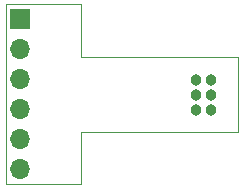
<source format=gbr>
%TF.GenerationSoftware,KiCad,Pcbnew,(7.0.0)*%
%TF.CreationDate,2024-06-17T14:15:37-04:00*%
%TF.ProjectId,Connector Bit,436f6e6e-6563-4746-9f72-204269742e6b,rev?*%
%TF.SameCoordinates,PX5f5e100PY6de6c40*%
%TF.FileFunction,Soldermask,Top*%
%TF.FilePolarity,Negative*%
%FSLAX46Y46*%
G04 Gerber Fmt 4.6, Leading zero omitted, Abs format (unit mm)*
G04 Created by KiCad (PCBNEW (7.0.0)) date 2024-06-17 14:15:37*
%MOMM*%
%LPD*%
G01*
G04 APERTURE LIST*
%ADD10C,0.965000*%
%ADD11R,1.700000X1.700000*%
%ADD12O,1.700000X1.700000*%
%TA.AperFunction,Profile*%
%ADD13C,0.025400*%
%TD*%
G04 APERTURE END LIST*
D10*
%TO.C,J1*%
X17359000Y8820000D03*
X17359000Y7570000D03*
X17359000Y6320000D03*
X16109000Y8820000D03*
X16109000Y7570000D03*
X16109000Y6320000D03*
%TD*%
D11*
%TO.C,ToPowerPack1*%
X1218999Y13969999D03*
D12*
X1218999Y11429999D03*
X1218999Y8889999D03*
X1218999Y6349999D03*
X1218999Y3809999D03*
X1218999Y1269999D03*
%TD*%
D13*
X6350000Y15240000D02*
X6350000Y10795000D01*
X6350000Y10795000D02*
X19634000Y10795000D01*
X6350000Y0D02*
X6350000Y4445000D01*
X0Y15240000D02*
X0Y0D01*
X6350000Y4445000D02*
X19634000Y4445000D01*
X0Y15240000D02*
X6350000Y15240000D01*
X0Y0D02*
X6350000Y0D01*
X19634000Y10795000D02*
X19634000Y4445000D01*
M02*

</source>
